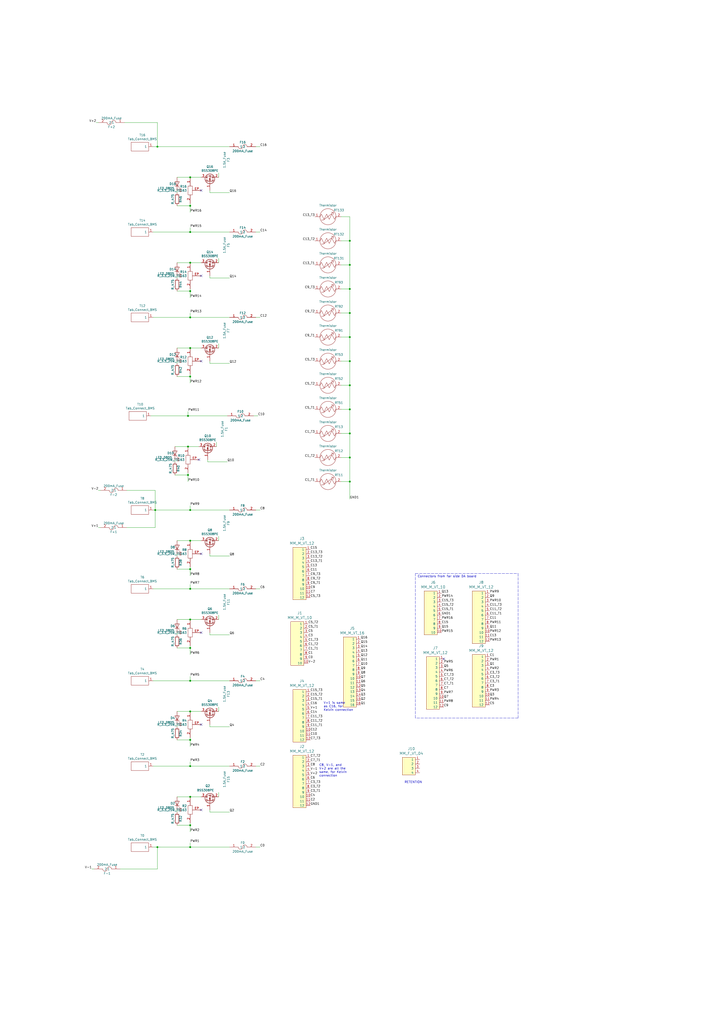
<source format=kicad_sch>
(kicad_sch (version 20211123) (generator eeschema)
  (paper "A2" portrait)
  (title_block (title "BMS Sensing") (date "2019-09-18") (company "Olin Electric Motorsports") (comment 1 "Vienna Scheyer"))
  (junction (at 203.2 181.61))
  (junction (at 110.49 330.2))
  (junction (at 110.49 478.79))
  (junction (at 203.2 237.49))
  (junction (at 110.49 429.26))
  (junction (at 203.2 153.67))
  (junction (at 110.49 444.5))
  (junction (at 110.49 119.38))
  (junction (at 110.49 201.93))
  (junction (at 91.44 491.49))
  (junction (at 110.49 462.28))
  (junction (at 110.49 491.49))
  (junction (at 110.49 102.87))
  (junction (at 203.2 167.64))
  (junction (at 109.22 241.3))
  (junction (at 110.49 412.75))
  (junction (at 109.22 275.59))
  (junction (at 110.49 313.69))
  (junction (at 110.49 341.63))
  (junction (at 110.49 134.62))
  (junction (at 110.49 184.15))
  (junction (at 203.2 195.58))
  (junction (at 110.49 394.97))
  (junction (at 110.49 152.4))
  (junction (at 110.49 295.91))
  (junction (at 90.17 295.91))
  (junction (at 203.2 251.46))
  (junction (at 110.49 168.91))
  (junction (at 203.2 265.43))
  (junction (at 203.2 209.55))
  (junction (at 203.2 139.7))
  (junction (at 110.49 359.41))
  (junction (at 110.49 218.44))
  (junction (at 203.2 279.4))
  (junction (at 110.49 375.92))
  (junction (at 91.44 85.09))
  (junction (at 203.2 223.52))
  (junction (at 109.22 259.08))
  (no_connect (at 116.84 321.31))
  (no_connect (at 116.84 367.03))
  (no_connect (at 116.84 469.9))
  (no_connect (at 257.81 382.27))
  (no_connect (at 116.84 110.49))
  (no_connect (at 116.84 209.55))
  (no_connect (at 116.84 420.37))
  (no_connect (at 116.84 160.02))
  (no_connect (at 115.57 266.7))
  (wire (pts (xy 121.92 111.76) (xy 133.35 111.76)))
  (wire (pts (xy 101.6 275.59) (xy 109.22 275.59)))
  (polyline (pts (xy 300.99 332.74) (xy 300.99 416.56)))
  (wire (pts (xy 102.87 160.02) (xy 102.87 161.29)))
  (wire (pts (xy 102.87 429.26) (xy 110.49 429.26)))
  (wire (pts (xy 203.2 237.49) (xy 203.2 251.46)))
  (wire (pts (xy 102.87 330.2) (xy 110.49 330.2)))
  (wire (pts (xy 102.87 359.41) (xy 110.49 359.41)))
  (wire (pts (xy 203.2 209.55) (xy 203.2 223.52)))
  (wire (pts (xy 102.87 462.28) (xy 110.49 462.28)))
  (wire (pts (xy 198.12 209.55) (xy 203.2 209.55)))
  (wire (pts (xy 88.9 491.49) (xy 91.44 491.49)))
  (wire (pts (xy 109.22 241.3) (xy 132.08 241.3)))
  (wire (pts (xy 102.87 201.93) (xy 110.49 201.93)))
  (wire (pts (xy 110.49 359.41) (xy 116.84 359.41)))
  (wire (pts (xy 102.87 209.55) (xy 102.87 210.82)))
  (wire (pts (xy 148.59 85.09) (xy 151.13 85.09)))
  (wire (pts (xy 203.2 251.46) (xy 203.2 265.43)))
  (wire (pts (xy 110.49 201.93) (xy 116.84 201.93)))
  (wire (pts (xy 102.87 110.49) (xy 102.87 111.76)))
  (wire (pts (xy 110.49 429.26) (xy 110.49 433.07)))
  (wire (pts (xy 109.22 274.32) (xy 109.22 275.59)))
  (wire (pts (xy 110.49 488.95) (xy 110.49 491.49)))
  (wire (pts (xy 110.49 119.38) (xy 110.49 123.19)))
  (wire (pts (xy 102.87 102.87) (xy 110.49 102.87)))
  (wire (pts (xy 102.87 375.92) (xy 110.49 375.92)))
  (wire (pts (xy 148.59 394.97) (xy 151.13 394.97)))
  (wire (pts (xy 110.49 462.28) (xy 116.84 462.28)))
  (wire (pts (xy 198.12 265.43) (xy 203.2 265.43)))
  (wire (pts (xy 110.49 477.52) (xy 110.49 478.79)))
  (wire (pts (xy 110.49 152.4) (xy 116.84 152.4)))
  (wire (pts (xy 121.92 421.64) (xy 133.35 421.64)))
  (wire (pts (xy 73.66 284.48) (xy 90.17 284.48)))
  (wire (pts (xy 148.59 134.62) (xy 151.13 134.62)))
  (wire (pts (xy 102.87 152.4) (xy 110.49 152.4)))
  (wire (pts (xy 102.87 119.38) (xy 110.49 119.38)))
  (wire (pts (xy 102.87 469.9) (xy 102.87 471.17)))
  (polyline (pts (xy 241.3 332.74) (xy 300.99 332.74)))
  (wire (pts (xy 69.85 504.19) (xy 91.44 504.19)))
  (wire (pts (xy 101.6 266.7) (xy 101.6 267.97)))
  (wire (pts (xy 127 199.39) (xy 127 201.93)))
  (wire (pts (xy 110.49 218.44) (xy 110.49 222.25)))
  (wire (pts (xy 110.49 134.62) (xy 133.35 134.62)))
  (wire (pts (xy 110.49 478.79) (xy 110.49 482.6)))
  (wire (pts (xy 203.2 167.64) (xy 203.2 181.61)))
  (wire (pts (xy 101.6 259.08) (xy 109.22 259.08)))
  (wire (pts (xy 110.49 491.49) (xy 133.35 491.49)))
  (wire (pts (xy 110.49 341.63) (xy 133.35 341.63)))
  (wire (pts (xy 110.49 444.5) (xy 133.35 444.5)))
  (wire (pts (xy 88.9 184.15) (xy 110.49 184.15)))
  (wire (pts (xy 110.49 412.75) (xy 116.84 412.75)))
  (wire (pts (xy 58.42 306.07) (xy 57.15 306.07)))
  (wire (pts (xy 121.92 210.82) (xy 121.92 209.55)))
  (wire (pts (xy 110.49 102.87) (xy 116.84 102.87)))
  (wire (pts (xy 127 100.33) (xy 127 102.87)))
  (wire (pts (xy 54.61 504.19) (xy 53.34 504.19)))
  (wire (pts (xy 110.49 427.99) (xy 110.49 429.26)))
  (wire (pts (xy 110.49 330.2) (xy 110.49 334.01)))
  (wire (pts (xy 72.39 71.12) (xy 91.44 71.12)))
  (wire (pts (xy 127 459.74) (xy 127 462.28)))
  (wire (pts (xy 88.9 444.5) (xy 110.49 444.5)))
  (wire (pts (xy 121.92 322.58) (xy 121.92 321.31)))
  (wire (pts (xy 58.42 284.48) (xy 57.15 284.48)))
  (wire (pts (xy 110.49 217.17) (xy 110.49 218.44)))
  (wire (pts (xy 102.87 478.79) (xy 110.49 478.79)))
  (wire (pts (xy 121.92 161.29) (xy 133.35 161.29)))
  (wire (pts (xy 203.2 279.4) (xy 203.2 289.56)))
  (wire (pts (xy 120.65 267.97) (xy 132.08 267.97)))
  (wire (pts (xy 198.12 167.64) (xy 203.2 167.64)))
  (wire (pts (xy 121.92 368.3) (xy 121.92 367.03)))
  (wire (pts (xy 91.44 504.19) (xy 91.44 491.49)))
  (wire (pts (xy 148.59 491.49) (xy 151.13 491.49)))
  (wire (pts (xy 198.12 181.61) (xy 203.2 181.61)))
  (wire (pts (xy 110.49 295.91) (xy 133.35 295.91)))
  (wire (pts (xy 198.12 251.46) (xy 203.2 251.46)))
  (wire (pts (xy 110.49 375.92) (xy 110.49 379.73)))
  (wire (pts (xy 121.92 471.17) (xy 133.35 471.17)))
  (wire (pts (xy 203.2 223.52) (xy 203.2 237.49)))
  (wire (pts (xy 198.12 195.58) (xy 203.2 195.58)))
  (wire (pts (xy 88.9 134.62) (xy 110.49 134.62)))
  (wire (pts (xy 109.22 259.08) (xy 115.57 259.08)))
  (wire (pts (xy 203.2 195.58) (xy 203.2 209.55)))
  (wire (pts (xy 127 149.86) (xy 127 152.4)))
  (wire (pts (xy 102.87 321.31) (xy 102.87 322.58)))
  (wire (pts (xy 121.92 322.58) (xy 133.35 322.58)))
  (wire (pts (xy 102.87 218.44) (xy 110.49 218.44)))
  (wire (pts (xy 121.92 210.82) (xy 133.35 210.82)))
  (wire (pts (xy 203.2 139.7) (xy 203.2 153.67)))
  (wire (pts (xy 91.44 71.12) (xy 91.44 85.09)))
  (wire (pts (xy 102.87 412.75) (xy 110.49 412.75)))
  (wire (pts (xy 110.49 293.37) (xy 110.49 295.91)))
  (wire (pts (xy 57.15 71.12) (xy 55.88 71.12)))
  (wire (pts (xy 127 356.87) (xy 127 359.41)))
  (wire (pts (xy 109.22 238.76) (xy 109.22 241.3)))
  (wire (pts (xy 91.44 491.49) (xy 110.49 491.49)))
  (polyline (pts (xy 300.99 416.56) (xy 241.3 416.56)))
  (wire (pts (xy 110.49 392.43) (xy 110.49 394.97)))
  (wire (pts (xy 147.32 241.3) (xy 149.86 241.3)))
  (wire (pts (xy 121.92 111.76) (xy 121.92 110.49)))
  (wire (pts (xy 203.2 265.43) (xy 203.2 279.4)))
  (wire (pts (xy 88.9 295.91) (xy 90.17 295.91)))
  (wire (pts (xy 148.59 341.63) (xy 151.13 341.63)))
  (wire (pts (xy 110.49 339.09) (xy 110.49 341.63)))
  (wire (pts (xy 203.2 125.73) (xy 203.2 139.7)))
  (wire (pts (xy 125.73 256.54) (xy 125.73 259.08)))
  (wire (pts (xy 109.22 275.59) (xy 109.22 279.4)))
  (wire (pts (xy 198.12 139.7) (xy 203.2 139.7)))
  (wire (pts (xy 88.9 341.63) (xy 110.49 341.63)))
  (wire (pts (xy 110.49 168.91) (xy 110.49 172.72)))
  (polyline (pts (xy 241.3 416.56) (xy 241.3 332.74)))
  (wire (pts (xy 110.49 374.65) (xy 110.49 375.92)))
  (wire (pts (xy 110.49 132.08) (xy 110.49 134.62)))
  (wire (pts (xy 73.66 306.07) (xy 90.17 306.07)))
  (wire (pts (xy 148.59 444.5) (xy 151.13 444.5)))
  (wire (pts (xy 120.65 267.97) (xy 120.65 266.7)))
  (wire (pts (xy 121.92 161.29) (xy 121.92 160.02)))
  (wire (pts (xy 90.17 306.07) (xy 90.17 295.91)))
  (wire (pts (xy 88.9 85.09) (xy 91.44 85.09)))
  (wire (pts (xy 148.59 295.91) (xy 151.13 295.91)))
  (wire (pts (xy 110.49 441.96) (xy 110.49 444.5)))
  (wire (pts (xy 102.87 168.91) (xy 110.49 168.91)))
  (wire (pts (xy 102.87 420.37) (xy 102.87 421.64)))
  (wire (pts (xy 121.92 471.17) (xy 121.92 469.9)))
  (wire (pts (xy 148.59 184.15) (xy 151.13 184.15)))
  (wire (pts (xy 90.17 284.48) (xy 90.17 295.91)))
  (wire (pts (xy 91.44 85.09) (xy 133.35 85.09)))
  (wire (pts (xy 121.92 421.64) (xy 121.92 420.37)))
  (wire (pts (xy 198.12 153.67) (xy 203.2 153.67)))
  (wire (pts (xy 110.49 313.69) (xy 116.84 313.69)))
  (wire (pts (xy 127 410.21) (xy 127 412.75)))
  (wire (pts (xy 127 311.15) (xy 127 313.69)))
  (wire (pts (xy 88.9 394.97) (xy 110.49 394.97)))
  (wire (pts (xy 203.2 153.67) (xy 203.2 167.64)))
  (wire (pts (xy 203.2 181.61) (xy 203.2 195.58)))
  (wire (pts (xy 198.12 125.73) (xy 203.2 125.73)))
  (wire (pts (xy 110.49 181.61) (xy 110.49 184.15)))
  (wire (pts (xy 90.17 295.91) (xy 110.49 295.91)))
  (wire (pts (xy 121.92 368.3) (xy 133.35 368.3)))
  (wire (pts (xy 87.63 241.3) (xy 109.22 241.3)))
  (wire (pts (xy 110.49 394.97) (xy 133.35 394.97)))
  (wire (pts (xy 198.12 223.52) (xy 203.2 223.52)))
  (wire (pts (xy 110.49 118.11) (xy 110.49 119.38)))
  (wire (pts (xy 102.87 367.03) (xy 102.87 368.3)))
  (wire (pts (xy 198.12 279.4) (xy 203.2 279.4)))
  (wire (pts (xy 110.49 184.15) (xy 133.35 184.15)))
  (wire (pts (xy 110.49 328.93) (xy 110.49 330.2)))
  (wire (pts (xy 110.49 167.64) (xy 110.49 168.91)))
  (wire (pts (xy 198.12 237.49) (xy 203.2 237.49)))
  (wire (pts (xy 102.87 313.69) (xy 110.49 313.69)))
  (text "RETENTION" (at 234.95 454.66 0) (effects (font (size 1.27 1.27)) (justify left bottom)))
  (text "Connectors from far side DA board" (at 242.57 335.28 0) (effects (font (size 1.27 1.27)) (justify left bottom)))
  (text "C8, V-1, and \nV+2 are all the \nsame, for Kelvin \nconnection" (at 185.42 450.85 0) (effects (font (size 1.27 1.27)) (justify left bottom)))
  (text "V+1 is same \nas C16, for\nKelvin connection" (at 187.96 412.75 0) (effects (font (size 1.27 1.27)) (justify left bottom)))
  (label "Q3" (at 209.55 403.86 0))
  (label "C7" (at 257.81 400.05 0))
  (label "PWR16" (at 110.49 123.19 0))
  (label "C5_T2" (at 179.07 361.95 0))
  (label "C8" (at 180.34 444.5 0))
  (label "PWR6" (at 257.81 389.89 0))
  (label "Q5" (at 209.55 398.78 0))
  (label "C1_T1" (at 182.88 279.4 180))
  (label "C15_T2" (at 256.54 351.79 0))
  (label "PWR16" (at 256.54 359.41 0))
  (label "C8" (at 151.13 295.91 0))
  (label "C12" (at 151.13 184.15 0))
  (label "GND1" (at 256.54 356.87 0))
  (label "C6" (at 180.34 452.12 0))
  (label "C9_T1" (at 182.88 195.58 180))
  (label "C1_T2" (at 182.88 265.43 180))
  (label "Q12" (at 133.35 210.82 0))
  (label "C11_T2" (at 284.48 354.33 0))
  (label "PWR10" (at 284.48 349.25 0))
  (label "C13_T2" (at 180.34 323.85 0))
  (label "Q1" (at 284.48 386.08 0))
  (label "PWR1" (at 284.48 383.54 0))
  (label "PWR1" (at 110.49 488.95 0))
  (label "C10" (at 180.34 426.72 0))
  (label "C15_T3" (at 180.34 401.32 0))
  (label "V+2" (at 55.88 71.12 180))
  (label "Q15" (at 209.55 373.38 0))
  (label "Q16" (at 209.55 370.84 0))
  (label "PWR11" (at 109.22 238.76 0))
  (label "PWR7" (at 110.49 339.09 0))
  (label "PWR12" (at 110.49 222.25 0))
  (label "Q6" (at 133.35 368.3 0))
  (label "C0" (at 179.07 382.27 0))
  (label "C13_T3" (at 180.34 321.31 0))
  (label "C3_T2" (at 284.48 393.7 0))
  (label "C5_T1" (at 182.88 237.49 180))
  (label "C16" (at 151.13 85.09 0))
  (label "C3" (at 284.48 398.78 0))
  (label "C5_T2" (at 182.88 223.52 180))
  (label "C11_T3" (at 180.34 416.56 0))
  (label "C3" (at 179.07 369.57 0))
  (label "C3_T3" (at 284.48 391.16 0))
  (label "Q14" (at 209.55 375.92 0))
  (label "C1_T3" (at 179.07 372.11 0))
  (label "Q8" (at 133.35 322.58 0))
  (label "V-1" (at 53.34 504.19 180))
  (label "PWR13" (at 284.48 372.11 0))
  (label "Q6" (at 209.55 396.24 0))
  (label "PWR4" (at 284.48 406.4 0))
  (label "PWR2" (at 110.49 482.6 0))
  (label "C3_T2" (at 180.34 457.2 0))
  (label "Q9" (at 284.48 346.71 0))
  (label "C14" (at 180.34 414.02 0))
  (label "PWR9" (at 284.48 344.17 0))
  (label "Q10" (at 209.55 386.08 0))
  (label "Q13" (at 256.54 344.17 0))
  (label "PWR15" (at 110.49 132.08 0))
  (label "C15_T1" (at 180.34 406.4 0))
  (label "C10" (at 149.86 241.3 0))
  (label "C7" (at 180.34 344.17 0))
  (label "C7_T3" (at 257.81 392.43 0))
  (label "Q12" (at 209.55 381 0))
  (label "PWR13" (at 110.49 181.61 0))
  (label "PWR5" (at 257.81 384.81 0))
  (label "C5_T1" (at 179.07 364.49 0))
  (label "C7_T1" (at 180.34 441.96 0))
  (label "PWR3" (at 284.48 401.32 0))
  (label "Q3" (at 284.48 403.86 0))
  (label "Q2" (at 209.55 406.4 0))
  (label "V+1" (at 180.34 411.48 0))
  (label "PWR11" (at 284.48 361.95 0))
  (label "C9_T2" (at 180.34 336.55 0))
  (label "C4" (at 180.34 462.28 0))
  (label "C9_T3" (at 180.34 334.01 0))
  (label "Q11" (at 209.55 383.54 0))
  (label "C1_T1" (at 179.07 377.19 0))
  (label "Q8" (at 209.55 391.16 0))
  (label "Q14" (at 133.35 161.29 0))
  (label "C7_T3" (at 180.34 429.26 0))
  (label "PWR14" (at 256.54 346.71 0))
  (label "PWR5" (at 110.49 392.43 0))
  (label "C15_T1" (at 256.54 354.33 0))
  (label "C2" (at 151.13 444.5 0))
  (label "C11_T1" (at 180.34 421.64 0))
  (label "C9" (at 180.34 341.63 0))
  (label "C15" (at 256.54 361.95 0))
  (label "Q13" (at 209.55 378.46 0))
  (label "PWR7" (at 257.81 402.59 0))
  (label "PWR14" (at 110.49 172.72 0))
  (label "PWR15" (at 256.54 367.03 0))
  (label "C5" (at 179.07 367.03 0))
  (label "C7_T1" (at 257.81 397.51 0))
  (label "C11_T2" (at 180.34 419.1 0))
  (label "PWR10" (at 109.22 279.4 0))
  (label "C16" (at 180.34 408.94 0))
  (label "C9_T2" (at 182.88 181.61 180))
  (label "C9" (at 257.81 410.21 0))
  (label "C12" (at 180.34 424.18 0))
  (label "C13_T1" (at 180.34 326.39 0))
  (label "Q7" (at 257.81 405.13 0))
  (label "C13_T3" (at 182.88 125.73 180))
  (label "C13_T1" (at 182.88 153.67 180))
  (label "PWR8" (at 257.81 407.67 0))
  (label "Q16" (at 133.35 111.76 0))
  (label "C9_T1" (at 180.34 339.09 0))
  (label "V+2" (at 180.34 449.58 0))
  (label "C9_T3" (at 182.88 167.64 180))
  (label "PWR2" (at 284.48 388.62 0))
  (label "C14" (at 151.13 134.62 0))
  (label "PWR9" (at 110.49 293.37 0))
  (label "C1_T3" (at 182.88 251.46 180))
  (label "C5_T3" (at 182.88 209.55 180))
  (label "C15_T3" (at 256.54 349.25 0))
  (label "Q2" (at 133.35 471.17 0))
  (label "C15" (at 180.34 318.77 0))
  (label "C11_T3" (at 284.48 351.79 0))
  (label "Q1" (at 209.55 408.94 0))
  (label "PWR6" (at 110.49 379.73 0))
  (label "C1" (at 179.07 379.73 0))
  (label "V-1" (at 180.34 447.04 0))
  (label "C3_T1" (at 284.48 396.24 0))
  (label "Q15" (at 256.54 364.49 0))
  (label "Q4" (at 133.35 421.64 0))
  (label "C11_T1" (at 284.48 356.87 0))
  (label "C1_T2" (at 179.07 374.65 0))
  (label "Q9" (at 209.55 388.62 0))
  (label "C7_T2" (at 180.34 439.42 0))
  (label "V+1" (at 57.15 306.07 180))
  (label "C3_T3" (at 180.34 454.66 0))
  (label "GND1" (at 203.2 289.56 0))
  (label "C15_T2" (at 180.34 403.86 0))
  (label "C11" (at 180.34 331.47 0))
  (label "PWR8" (at 110.49 334.01 0))
  (label "PWR3" (at 110.49 441.96 0))
  (label "C1" (at 284.48 381 0))
  (label "Q5" (at 257.81 387.35 0))
  (label "Q4" (at 209.55 401.32 0))
  (label "C7_T2" (at 257.81 394.97 0))
  (label "C13_T2" (at 182.88 139.7 180))
  (label "C5_T3" (at 180.34 346.71 0))
  (label "Q7" (at 209.55 393.7 0))
  (label "C5" (at 284.48 408.94 0))
  (label "V-2" (at 179.07 384.81 0))
  (label "C11" (at 284.48 359.41 0))
  (label "PWR4" (at 110.49 433.07 0))
  (label "C4" (at 151.13 394.97 0))
  (label "Q11" (at 284.48 364.49 0))
  (label "V-2" (at 57.15 284.48 180))
  (label "C6" (at 151.13 341.63 0))
  (label "C0" (at 151.13 491.49 0))
  (label "C2" (at 180.34 464.82 0))
  (label "C13" (at 284.48 369.57 0))
  (label "C13" (at 180.34 328.93 0))
  (label "C3_T1" (at 180.34 459.74 0))
  (label "PWR12" (at 284.48 367.03 0))
  (label "Q10" (at 132.08 267.97 0))
  (label "GND1" (at 180.34 467.36 0))
  (symbol (lib_id "formula:Thermistor") (at 190.5 223.52 0) (unit 1)
    (property "Reference" "RT52" (at 196.85 219.71 0))
    (property "Value" "Thermistor" (at 190.5 216.9668 0))
    (property "Footprint" "Thermistor" (effects hide))
  )
  (symbol (lib_id "formula:Thermistor") (at 190.5 237.49 0) (unit 1)
    (property "Reference" "RT51" (at 196.85 233.68 0))
    (property "Value" "Thermistor" (at 190.5 230.9368 0))
    (property "Footprint" "Thermistor" (effects hide))
  )
  (symbol (lib_id "formula:Thermistor") (at 190.5 251.46 0) (unit 1)
    (property "Reference" "RT13" (at 196.85 247.65 0))
    (property "Value" "Thermistor" (at 190.5 244.9068 0))
    (property "Footprint" "Thermistor" (effects hide))
  )
  (symbol (lib_id "formula:Thermistor") (at 190.5 265.43 0) (unit 1)
    (property "Reference" "RT12" (at 196.85 261.62 0))
    (property "Value" "Thermistor" (at 190.5 258.8768 0))
    (property "Footprint" "Thermistor" (effects hide))
  )
  (symbol (lib_id "formula:Thermistor") (at 190.5 279.4 0) (unit 1)
    (property "Reference" "RT11" (at 196.85 275.59 0))
    (property "Value" "Thermistor" (at 190.5 272.8468 0))
    (property "Footprint" "Thermistor" (effects hide))
  )
  (symbol (lib_id "formula:LED_0805") (at 102.87 106.68 90)
    (property "Reference" "D16" (at 100.33 106.68 90))
    (property "Value" "LED_0805" (at 96.52 109.22 90))
    (property "Footprint" "footprints:LED_0805_OEM" (effects hide))
    (property "Datasheet" "http://www.osram-os.com/Graphics/XPic9/00078860_0.pdf" (effects hide))
    (property "MFN" "DK" (effects hide))
    (property "MPN" "475-1410-1-ND" (effects hide))
    (property "PurchasingLink" "https://www.digikey.com/products/en?keywords=475-1410-1-ND" (effects hide))
  )
  (symbol (lib_id "formula:R_475") (at 102.87 115.57 0)
    (property "Reference" "R46" (at 104.902 115.57 90))
    (property "Value" "R_475" (at 100.33 115.57 90))
    (property "Footprint" "footprints:R_0805_OEM" (effects hide))
    (property "Datasheet" "http://www.yageo.com.tw/exep/pages/download/literatures/PYu-R_INT-thick_7.pdf" (effects hide))
    (property "MFN" "DK" (effects hide))
    (property "MPN" "311-475CRCT-ND" (effects hide))
    (property "PurchasingLink" "https://www.digikey.com/products/en?keywords=311-475CRCT-ND" (effects hide))
  )
  (symbol (lib_id "formula:BSS308PE") (at 121.92 105.41 90)
    (property "Reference" "Q16" (at 121.92 96.6978 90))
    (property "Value" "BSS308PE" (at 121.92 99.0092 90))
    (property "Footprint" "footprints:SOT-23-3_OEM" (effects hide))
    (property "Datasheet" "https://www.infineon.com/dgdl/BSS308PE_Rev2.03.pdf?folderId=db3a304314dca38901154a72e3951a65&fileId=db3a304330f686060131099c80400073" (effects hide))
    (property "MFN" "DK" (effects hide))
    (property "MPN" "BSS308PEH6327XTSA1CT-ND" (effects hide))
    (property "PurchasingLink" "https://www.digikey.com/products/en/discrete-semiconductor-products/transistors-fets-mosfets-single/278?k=bss308pe&k=&pkeyword=bss308pe&pv7=2&pv1989=0&sf=0&quantity=&ColumnSort=0&page=1&stock=1&datasheet=1&pageSize=25" (effects hide))
  )
  (symbol (lib_id "formula:R_3.3_25W_TO163") (at 110.49 110.49 270)
    (property "Reference" "R16" (at 108.5088 108.1786 90) (effects (justify right)))
    (property "Value" "R_3.3_25W_TO163" (at 108.5088 110.49 90) (effects (justify right)))
    (property "Footprint" "footprints:PWR163" (effects hide))
    (property "Datasheet" "https://www.bourns.com/docs/Product-Datasheets/PWR163.pdf" (effects hide))
    (property "MFN" "DK" (effects hide))
    (property "MPN" "PWR163S-25-3R30F-ND" (effects hide))
    (property "PurchasingLink" "https://www.digikey.com/products/en?keywords=PWR163S-25-3R30F-ND" (effects hide))
  )
  (symbol (lib_id "formula:LED_0805") (at 102.87 156.21 90)
    (property "Reference" "D14" (at 100.33 156.21 90))
    (property "Value" "LED_0805" (at 96.52 158.75 90))
    (property "Footprint" "footprints:LED_0805_OEM" (effects hide))
    (property "Datasheet" "http://www.osram-os.com/Graphics/XPic9/00078860_0.pdf" (effects hide))
    (property "MFN" "DK" (effects hide))
    (property "MPN" "475-1410-1-ND" (effects hide))
    (property "PurchasingLink" "https://www.digikey.com/products/en?keywords=475-1410-1-ND" (effects hide))
  )
  (symbol (lib_id "formula:R_475") (at 102.87 165.1 0)
    (property "Reference" "R44" (at 104.902 165.1 90))
    (property "Value" "R_475" (at 100.33 165.1 90))
    (property "Footprint" "footprints:R_0805_OEM" (effects hide))
    (property "Datasheet" "http://www.yageo.com.tw/exep/pages/download/literatures/PYu-R_INT-thick_7.pdf" (effects hide))
    (property "MFN" "DK" (effects hide))
    (property "MPN" "311-475CRCT-ND" (effects hide))
    (property "PurchasingLink" "https://www.digikey.com/products/en?keywords=311-475CRCT-ND" (effects hide))
  )
  (symbol (lib_id "formula:BSS308PE") (at 121.92 154.94 90)
    (property "Reference" "Q14" (at 121.92 146.2278 90))
    (property "Value" "BSS308PE" (at 121.92 148.5392 90))
    (property "Footprint" "footprints:SOT-23-3_OEM" (effects hide))
    (property "Datasheet" "https://www.infineon.com/dgdl/BSS308PE_Rev2.03.pdf?folderId=db3a304314dca38901154a72e3951a65&fileId=db3a304330f686060131099c80400073" (effects hide))
    (property "MFN" "DK" (effects hide))
    (property "MPN" "BSS308PEH6327XTSA1CT-ND" (effects hide))
    (property "PurchasingLink" "https://www.digikey.com/products/en/discrete-semiconductor-products/transistors-fets-mosfets-single/278?k=bss308pe&k=&pkeyword=bss308pe&pv7=2&pv1989=0&sf=0&quantity=&ColumnSort=0&page=1&stock=1&datasheet=1&pageSize=25" (effects hide))
  )
  (symbol (lib_id "formula:R_3.3_25W_TO163") (at 110.49 160.02 270)
    (property "Reference" "R14" (at 108.5088 157.7086 90) (effects (justify right)))
    (property "Value" "R_3.3_25W_TO163" (at 108.5088 160.02 90) (effects (justify right)))
    (property "Footprint" "footprints:PWR163" (effects hide))
    (property "Datasheet" "https://www.bourns.com/docs/Product-Datasheets/PWR163.pdf" (effects hide))
    (property "MFN" "DK" (effects hide))
    (property "MPN" "PWR163S-25-3R30F-ND" (effects hide))
    (property "PurchasingLink" "https://www.digikey.com/products/en?keywords=PWR163S-25-3R30F-ND" (effects hide))
  )
  (symbol (lib_id "formula:LED_0805") (at 102.87 205.74 90)
    (property "Reference" "D12" (at 100.33 205.74 90))
    (property "Value" "LED_0805" (at 96.52 208.28 90))
    (property "Footprint" "footprints:LED_0805_OEM" (effects hide))
    (property "Datasheet" "http://www.osram-os.com/Graphics/XPic9/00078860_0.pdf" (effects hide))
    (property "MFN" "DK" (effects hide))
    (property "MPN" "475-1410-1-ND" (effects hide))
    (property "PurchasingLink" "https://www.digikey.com/products/en?keywords=475-1410-1-ND" (effects hide))
  )
  (symbol (lib_id "formula:R_475") (at 102.87 214.63 0)
    (property "Reference" "R42" (at 104.902 214.63 90))
    (property "Value" "R_475" (at 100.33 214.63 90))
    (property "Footprint" "footprints:R_0805_OEM" (effects hide))
    (property "Datasheet" "http://www.yageo.com.tw/exep/pages/download/literatures/PYu-R_INT-thick_7.pdf" (effects hide))
    (property "MFN" "DK" (effects hide))
    (property "MPN" "311-475CRCT-ND" (effects hide))
    (property "PurchasingLink" "https://www.digikey.com/products/en?keywords=311-475CRCT-ND" (effects hide))
  )
  (symbol (lib_id "formula:BSS308PE") (at 121.92 204.47 90)
    (property "Reference" "Q12" (at 121.92 195.7578 90))
    (property "Value" "BSS308PE" (at 121.92 198.0692 90))
    (property "Footprint" "footprints:SOT-23-3_OEM" (effects hide))
    (property "Datasheet" "https://www.infineon.com/dgdl/BSS308PE_Rev2.03.pdf?folderId=db3a304314dca38901154a72e3951a65&fileId=db3a304330f686060131099c80400073" (effects hide))
    (property "MFN" "DK" (effects hide))
    (property "MPN" "BSS308PEH6327XTSA1CT-ND" (effects hide))
    (property "PurchasingLink" "https://www.digikey.com/products/en/discrete-semiconductor-products/transistors-fets-mosfets-single/278?k=bss308pe&k=&pkeyword=bss308pe&pv7=2&pv1989=0&sf=0&quantity=&ColumnSort=0&page=1&stock=1&datasheet=1&pageSize=25" (effects hide))
  )
  (symbol (lib_id "formula:R_3.3_25W_TO163") (at 110.49 209.55 270)
    (property "Reference" "R12" (at 108.5088 207.2386 90) (effects (justify right)))
    (property "Value" "R_3.3_25W_TO163" (at 108.5088 209.55 90) (effects (justify right)))
    (property "Footprint" "footprints:PWR163" (effects hide))
    (property "Datasheet" "https://www.bourns.com/docs/Product-Datasheets/PWR163.pdf" (effects hide))
    (property "MFN" "DK" (effects hide))
    (property "MPN" "PWR163S-25-3R30F-ND" (effects hide))
    (property "PurchasingLink" "https://www.digikey.com/products/en?keywords=PWR163S-25-3R30F-ND" (effects hide))
  )
  (symbol (lib_id "formula:LED_0805") (at 101.6 262.89 90)
    (property "Reference" "D10" (at 99.06 262.89 90))
    (property "Value" "LED_0805" (at 95.25 265.43 90))
    (property "Footprint" "footprints:LED_0805_OEM" (effects hide))
    (property "Datasheet" "http://www.osram-os.com/Graphics/XPic9/00078860_0.pdf" (effects hide))
    (property "MFN" "DK" (effects hide))
    (property "MPN" "475-1410-1-ND" (effects hide))
    (property "PurchasingLink" "https://www.digikey.com/products/en?keywords=475-1410-1-ND" (effects hide))
  )
  (symbol (lib_id "formula:R_475") (at 101.6 271.78 0)
    (property "Reference" "R40" (at 103.632 271.78 90))
    (property "Value" "R_475" (at 99.06 271.78 90))
    (property "Footprint" "footprints:R_0805_OEM" (effects hide))
    (property "Datasheet" "http://www.yageo.com.tw/exep/pages/download/literatures/PYu-R_INT-thick_7.pdf" (effects hide))
    (property "MFN" "DK" (effects hide))
    (property "MPN" "311-475CRCT-ND" (effects hide))
    (property "PurchasingLink" "https://www.digikey.com/products/en?keywords=311-475CRCT-ND" (effects hide))
  )
  (symbol (lib_id "formula:BSS308PE") (at 120.65 261.62 90)
    (property "Reference" "Q10" (at 120.65 252.9078 90))
    (property "Value" "BSS308PE" (at 120.65 255.2192 90))
    (property "Footprint" "footprints:SOT-23-3_OEM" (effects hide))
    (property "Datasheet" "https://www.infineon.com/dgdl/BSS308PE_Rev2.03.pdf?folderId=db3a304314dca38901154a72e3951a65&fileId=db3a304330f686060131099c80400073" (effects hide))
    (property "MFN" "DK" (effects hide))
    (property "MPN" "BSS308PEH6327XTSA1CT-ND" (effects hide))
    (property "PurchasingLink" "https://www.digikey.com/products/en/discrete-semiconductor-products/transistors-fets-mosfets-single/278?k=bss308pe&k=&pkeyword=bss308pe&pv7=2&pv1989=0&sf=0&quantity=&ColumnSort=0&page=1&stock=1&datasheet=1&pageSize=25" (effects hide))
  )
  (symbol (lib_id "formula:R_3.3_25W_TO163") (at 109.22 266.7 270)
    (property "Reference" "R10" (at 107.2388 264.3886 90) (effects (justify right)))
    (property "Value" "R_3.3_25W_TO163" (at 107.2388 266.7 90) (effects (justify right)))
    (property "Footprint" "footprints:PWR163" (effects hide))
    (property "Datasheet" "https://www.bourns.com/docs/Product-Datasheets/PWR163.pdf" (effects hide))
    (property "MFN" "DK" (effects hide))
    (property "MPN" "PWR163S-25-3R30F-ND" (effects hide))
    (property "PurchasingLink" "https://www.digikey.com/products/en?keywords=PWR163S-25-3R30F-ND" (effects hide))
  )
  (symbol (lib_id "DA_Board_1-rescue:Tab_Connect_BMS-formula") (at 81.28 85.09 0) (unit 1)
    (property "Reference" "T16" (at 82.7024 78.359 0))
    (property "Value" "Tab_Connect_BMS" (at 82.7024 80.6704 0))
    (property "Footprint" "footprints:Tab_connect_BMS" (effects hide))
  )
  (symbol (lib_id "DA_Board_1-rescue:Tab_Connect_BMS-formula") (at 81.28 134.62 0) (unit 1)
    (property "Reference" "T14" (at 82.7024 127.889 0))
    (property "Value" "Tab_Connect_BMS" (at 82.7024 130.2004 0))
    (property "Footprint" "footprints:Tab_connect_BMS" (effects hide))
  )
  (symbol (lib_id "DA_Board_1-rescue:Tab_Connect_BMS-formula") (at 81.28 184.15 0) (unit 1)
    (property "Reference" "T12" (at 82.7024 177.419 0))
    (property "Value" "Tab_Connect_BMS" (at 82.7024 179.7304 0))
    (property "Footprint" "footprints:Tab_connect_BMS" (effects hide))
  )
  (symbol (lib_id "DA_Board_1-rescue:Tab_Connect_BMS-formula") (at 80.01 241.3 0) (unit 1)
    (property "Reference" "T10" (at 81.4324 234.569 0))
    (property "Value" "Tab_Connect_BMS" (at 81.4324 236.8804 0))
    (property "Footprint" "footprints:Tab_connect_BMS" (effects hide))
  )
  (symbol (lib_id "DA_Board_1-rescue:Tab_Connect_BMS-formula") (at 81.28 295.91 0) (unit 1)
    (property "Reference" "T8" (at 82.7024 289.179 0))
    (property "Value" "Tab_Connect_BMS" (at 82.7024 291.4904 0))
    (property "Footprint" "footprints:Tab_connect_BMS" (effects hide))
  )
  (symbol (lib_id "DA_Board_1-rescue:Tab_Connect_BMS-formula") (at 81.28 341.63 0) (unit 1)
    (property "Reference" "T6" (at 82.7024 334.899 0))
    (property "Value" "Tab_Connect_BMS" (at 82.7024 337.2104 0))
    (property "Footprint" "footprints:Tab_connect_BMS" (effects hide))
  )
  (symbol (lib_id "DA_Board_1-rescue:Tab_Connect_BMS-formula") (at 81.28 394.97 0) (unit 1)
    (property "Reference" "T4" (at 82.7024 388.239 0))
    (property "Value" "Tab_Connect_BMS" (at 82.7024 390.5504 0))
    (property "Footprint" "footprints:Tab_connect_BMS" (effects hide))
  )
  (symbol (lib_id "DA_Board_1-rescue:Tab_Connect_BMS-formula") (at 81.28 491.49 0) (unit 1)
    (property "Reference" "T0" (at 82.7024 484.759 0))
    (property "Value" "Tab_Connect_BMS" (at 82.7024 487.0704 0))
    (property "Footprint" "footprints:Tab_connect_BMS" (effects hide))
  )
  (symbol (lib_id "DA_Board_1-rescue:Tab_Connect_BMS-formula") (at 81.28 444.5 0) (unit 1)
    (property "Reference" "T2" (at 82.7024 437.769 0))
    (property "Value" "Tab_Connect_BMS" (at 82.7024 440.0804 0))
    (property "Footprint" "footprints:Tab_connect_BMS" (effects hide))
  )
  (symbol (lib_id "formula:LED_0805") (at 102.87 317.5 90)
    (property "Reference" "D8" (at 100.33 317.5 90))
    (property "Value" "LED_0805" (at 96.52 320.04 90))
    (property "Footprint" "footprints:LED_0805_OEM" (effects hide))
    (property "Datasheet" "http://www.osram-os.com/Graphics/XPic9/00078860_0.pdf" (effects hide))
    (property "MFN" "DK" (effects hide))
    (property "MPN" "475-1410-1-ND" (effects hide))
    (property "PurchasingLink" "https://www.digikey.com/products/en?keywords=475-1410-1-ND" (effects hide))
  )
  (symbol (lib_id "formula:R_475") (at 102.87 326.39 0)
    (property "Reference" "R38" (at 104.902 326.39 90))
    (property "Value" "R_475" (at 100.33 326.39 90))
    (property "Footprint" "footprints:R_0805_OEM" (effects hide))
    (property "Datasheet" "http://www.yageo.com.tw/exep/pages/download/literatures/PYu-R_INT-thick_7.pdf" (effects hide))
    (property "MFN" "DK" (effects hide))
    (property "MPN" "311-475CRCT-ND" (effects hide))
    (property "PurchasingLink" "https://www.digikey.com/products/en?keywords=311-475CRCT-ND" (effects hide))
  )
  (symbol (lib_id "formula:BSS308PE") (at 121.92 316.23 90)
    (property "Reference" "Q8" (at 121.92 307.5178 90))
    (property "Value" "BSS308PE" (at 121.92 309.8292 90))
    (property "Footprint" "footprints:SOT-23-3_OEM" (effects hide))
    (property "Datasheet" "https://www.infineon.com/dgdl/BSS308PE_Rev2.03.pdf?folderId=db3a304314dca38901154a72e3951a65&fileId=db3a304330f686060131099c80400073" (effects hide))
    (property "MFN" "DK" (effects hide))
    (property "MPN" "BSS308PEH6327XTSA1CT-ND" (effects hide))
    (property "PurchasingLink" "https://www.digikey.com/products/en/discrete-semiconductor-products/transistors-fets-mosfets-single/278?k=bss308pe&k=&pkeyword=bss308pe&pv7=2&pv1989=0&sf=0&quantity=&ColumnSort=0&page=1&stock=1&datasheet=1&pageSize=25" (effects hide))
  )
  (symbol (lib_id "formula:R_3.3_25W_TO163") (at 110.49 321.31 270)
    (property "Reference" "R8" (at 108.5088 318.9986 90) (effects (justify right)))
    (property "Value" "R_3.3_25W_TO163" (at 108.5088 321.31 90) (effects (justify right)))
    (property "Footprint" "footprints:PWR163" (effects hide))
    (property "Datasheet" "https://www.bourns.com/docs/Product-Datasheets/PWR163.pdf" (effects hide))
    (property "MFN" "DK" (effects hide))
    (property "MPN" "PWR163S-25-3R30F-ND" (effects hide))
    (property "PurchasingLink" "https://www.digikey.com/products/en?keywords=PWR163S-25-3R30F-ND" (effects hide))
  )
  (symbol (lib_id "formula:LED_0805") (at 102.87 363.22 90)
    (property "Reference" "D6" (at 100.33 363.22 90))
    (property "Value" "LED_0805" (at 96.52 365.76 90))
    (property "Footprint" "footprints:LED_0805_OEM" (effects hide))
    (property "Datasheet" "http://www.osram-os.com/Graphics/XPic9/00078860_0.pdf" (effects hide))
    (property "MFN" "DK" (effects hide))
    (property "MPN" "475-1410-1-ND" (effects hide))
    (property "PurchasingLink" "https://www.digikey.com/products/en?keywords=475-1410-1-ND" (effects hide))
  )
  (symbol (lib_id "formula:R_475") (at 102.87 372.11 0)
    (property "Reference" "R36" (at 104.902 372.11 90))
    (property "Value" "R_475" (at 100.33 372.11 90))
    (property "Footprint" "footprints:R_0805_OEM" (effects hide))
    (property "Datasheet" "http://www.yageo.com.tw/exep/pages/download/literatures/PYu-R_INT-thick_7.pdf" (effects hide))
    (property "MFN" "DK" (effects hide))
    (property "MPN" "311-475CRCT-ND" (effects hide))
    (property "PurchasingLink" "https://www.digikey.com/products/en?keywords=311-475CRCT-ND" (effects hide))
  )
  (symbol (lib_id "formula:BSS308PE") (at 121.92 361.95 90)
    (property "Reference" "Q6" (at 121.92 353.2378 90))
    (property "Value" "BSS308PE" (at 121.92 355.5492 90))
    (property "Footprint" "footprints:SOT-23-3_OEM" (effects hide))
    (property "Datasheet" "https://www.infineon.com/dgdl/BSS308PE_Rev2.03.pdf?folderId=db3a304314dca38901154a72e3951a65&fileId=db3a304330f686060131099c80400073" (effects hide))
    (property "MFN" "DK" (effects hide))
    (property "MPN" "BSS308PEH6327XTSA1CT-ND" (effects hide))
    (property "PurchasingLink" "https://www.digikey.com/products/en/discrete-semiconductor-products/transistors-fets-mosfets-single/278?k=bss308pe&k=&pkeyword=bss308pe&pv7=2&pv1989=0&sf=0&quantity=&ColumnSort=0&page=1&stock=1&datasheet=1&pageSize=25" (effects hide))
  )
  (symbol (lib_id "formula:R_3.3_25W_TO163") (at 110.49 367.03 270)
    (property "Reference" "R6" (at 108.5088 364.7186 90) (effects (justify right)))
    (property "Value" "R_3.3_25W_TO163" (at 108.5088 367.03 90) (effects (justify right)))
    (property "Footprint" "footprints:PWR163" (effects hide))
    (property "Datasheet" "https://www.bourns.com/docs/Product-Datasheets/PWR163.pdf" (effects hide))
    (property "MFN" "DK" (effects hide))
    (property "MPN" "PWR163S-25-3R30F-ND" (effects hide))
    (property "PurchasingLink" "https://www.digikey.com/products/en?keywords=PWR163S-25-3R30F-ND" (effects hide))
  )
  (symbol (lib_id "formula:MM_M_VT_10") (at 172.72 378.46 0) (unit 1)
    (property "Reference" "J1" (at 174.1424 355.6762 0) (effects (font (size 1.524 1.524))))
    (property "Value" "MM_M_VT_10" (at 174.1424 358.3686 0) (effects (font (size 1.524 1.524))))
    (property "Footprint" "footprints:micromatch_female_vert_10" (effects hide))
    (property "Datasheet" "http://www.te.com/commerce/DocumentDelivery/DDEController?Action=showdoc&DocId=Customer+Drawing%7F338068%7FF1%7Fpdf%7FEnglish%7FENG_CD_338068_F1.pdf%7F1-1-215464-0" (effects hide))
    (property "MFN" "TE" (effects hide))
    (property "MPN" "1-215464-0" (effects hide))
    (property "PurchasingLink" "http://www.te.com/global-en/product-1-215464-0.html" (effects hide))
  )
  (symbol (lib_id "formula:MM_M_VT_12") (at 176.53 467.36 0) (unit 1)
    (property "Reference" "J2" (at 175.4124 433.1462 0) (effects (font (size 1.524 1.524))))
    (property "Value" "MM_M_VT_12" (at 175.4124 435.8386 0) (effects (font (size 1.524 1.524))))
    (property "Footprint" "footprints:micromatch_female_vert_12" (effects hide))
    (property "Datasheet" "http://www.te.com/commerce/DocumentDelivery/DDEController?Action=showdoc&DocId=Customer+Drawing%7F338068%7FF1%7Fpdf%7FEnglish%7FENG_CD_338068_F1.pdf%7F1-1-215464-2" (effects hide))
    (property "MFN" "TE" (effects hide))
    (property "MPN" "1-215464-2" (effects hide))
    (property "PurchasingLink" "http://www.te.com/global-en/product-1-215464-2.html" (effects hide))
  )
  (symbol (lib_id "formula:LED_0805") (at 102.87 416.56 90)
    (property "Reference" "D4" (at 100.33 416.56 90))
    (property "Value" "LED_0805" (at 96.52 419.1 90))
    (property "Footprint" "footprints:LED_0805_OEM" (effects hide))
    (property "Datasheet" "http://www.osram-os.com/Graphics/XPic9/00078860_0.pdf" (effects hide))
    (property "MFN" "DK" (effects hide))
    (property "MPN" "475-1410-1-ND" (effects hide))
    (property "PurchasingLink" "https://www.digikey.com/products/en?keywords=475-1410-1-ND" (effects hide))
  )
  (symbol (lib_id "formula:R_475") (at 102.87 425.45 0)
    (property "Reference" "R34" (at 104.902 425.45 90))
    (property "Value" "R_475" (at 100.33 425.45 90))
    (property "Footprint" "footprints:R_0805_OEM" (effects hide))
    (property "Datasheet" "http://www.yageo.com.tw/exep/pages/download/literatures/PYu-R_INT-thick_7.pdf" (effects hide))
    (property "MFN" "DK" (effects hide))
    (property "MPN" "311-475CRCT-ND" (effects hide))
    (property "PurchasingLink" "https://www.digikey.com/products/en?keywords=311-475CRCT-ND" (effects hide))
  )
  (symbol (lib_id "formula:BSS308PE") (at 121.92 415.29 90)
    (property "Reference" "Q4" (at 121.92 406.5778 90))
    (property "Value" "BSS308PE" (at 121.92 408.8892 90))
    (property "Footprint" "footprints:SOT-23-3_OEM" (effects hide))
    (property "Datasheet" "https://www.infineon.com/dgdl/BSS308PE_Rev2.03.pdf?folderId=db3a304314dca38901154a72e3951a65&fileId=db3a304330f686060131099c80400073" (effects hide))
    (property "MFN" "DK" (effects hide))
    (property "MPN" "BSS308PEH6327XTSA1CT-ND" (effects hide))
    (property "PurchasingLink" "https://www.digikey.com/products/en/discrete-semiconductor-products/transistors-fets-mosfets-single/278?k=bss308pe&k=&pkeyword=bss308pe&pv7=2&pv1989=0&sf=0&quantity=&ColumnSort=0&page=1&stock=1&datasheet=1&pageSize=25" (effects hide))
  )
  (symbol (lib_id "formula:R_3.3_25W_TO163") (at 110.49 420.37 270)
    (property "Reference" "R4" (at 108.5088 418.0586 90) (effects (justify right)))
    (property "Value" "R_3.3_25W_TO163" (at 108.5088 420.37 90) (effects (justify right)))
    (property "Footprint" "footprints:PWR163" (effects hide))
    (property "Datasheet" "https://www.bourns.com/docs/Product-Datasheets/PWR163.pdf" (effects hide))
    (property "MFN" "DK" (effects hide))
    (property "MPN" "PWR163S-25-3R30F-ND" (effects hide))
    (property "PurchasingLink" "https://www.digikey.com/products/en?keywords=PWR163S-25-3R30F-ND" (effects hide))
  )
  (symbol (lib_id "formula:MM_M_VT_12") (at 280.67 372.11 0) (unit 1)
    (property "Reference" "J8" (at 279.5524 337.8962 0) (effects (font (size 1.524 1.524))))
    (property "Value" "MM_M_VT_12" (at 279.5524 340.5886 0) (effects (font (size 1.524 1.524))))
    (property "Footprint" "footprints:micromatch_female_vert_12" (effects hide))
    (property "Datasheet" "http://www.te.com/commerce/DocumentDelivery/DDEController?Action=showdoc&DocId=Customer+Drawing%7F338068%7FF1%7Fpdf%7FEnglish%7FENG_CD_338068_F1.pdf%7F1-1-215464-2" (effects hide))
    (property "MFN" "TE" (effects hide))
    (property "MPN" "1-215464-2" (effects hide))
    (property "PurchasingLink" "http://www.te.com/global-en/product-1-215464-2.html" (effects hide))
  )
  (symbol (lib_id "formula:MM_M_VT_12") (at 254 410.21 0) (unit 1)
    (property "Reference" "J7" (at 252.8824 375.9962 0) (effects (font (size 1.524 1.524))))
    (property "Value" "MM_M_VT_12" (at 252.8824 378.6886 0) (effects (font (size 1.524 1.524))))
    (property "Footprint" "footprints:micromatch_female_vert_12" (effects hide))
    (property "Datasheet" "http://www.te.com/commerce/DocumentDelivery/DDEController?Action=showdoc&DocId=Customer+Drawing%7F338068%7FF1%7Fpdf%7FEnglish%7FENG_CD_338068_F1.pdf%7F1-1-215464-2" (effects hide))
    (property "MFN" "TE" (effects hide))
    (property "MPN" "1-215464-2" (effects hide))
    (property "PurchasingLink" "http://www.te.com/global-en/product-1-215464-2.html" (effects hide))
  )
  (symbol (lib_id "formula:MM_M_VT_10") (at 250.19 360.68 0) (unit 1)
    (property "Reference" "J6" (at 251.6124 337.8962 0) (effects (font (size 1.524 1.524))))
    (property "Value" "MM_M_VT_10" (at 251.6124 340.5886 0) (effects (font (size 1.524 1.524))))
    (property "Footprint" "footprints:micromatch_female_vert_10" (effects hide))
    (property "Datasheet" "http://www.te.com/commerce/DocumentDelivery/DDEController?Action=showdoc&DocId=Customer+Drawing%7F338068%7FF1%7Fpdf%7FEnglish%7FENG_CD_338068_F1.pdf%7F1-1-215464-0" (effects hide))
    (property "MFN" "TE" (effects hide))
    (property "MPN" "1-215464-0" (effects hide))
    (property "PurchasingLink" "http://www.te.com/global-en/product-1-215464-0.html" (effects hide))
  )
  (symbol (lib_id "formula:MM_M_VT_12") (at 280.67 408.94 0) (unit 1)
    (property "Reference" "J9" (at 279.5524 374.7262 0) (effects (font (size 1.524 1.524))))
    (property "Value" "MM_M_VT_12" (at 279.5524 377.4186 0) (effects (font (size 1.524 1.524))))
    (property "Footprint" "footprints:micromatch_female_vert_12" (effects hide))
    (property "Datasheet" "http://www.te.com/commerce/DocumentDelivery/DDEController?Action=showdoc&DocId=Customer+Drawing%7F338068%7FF1%7Fpdf%7FEnglish%7FENG_CD_338068_F1.pdf%7F1-1-215464-2" (effects hide))
    (property "MFN" "TE" (effects hide))
    (property "MPN" "1-215464-2" (effects hide))
    (property "PurchasingLink" "http://www.te.com/global-en/product-1-215464-2.html" (effects hide))
  )
  (symbol (lib_id "formula:LED_0805") (at 102.87 466.09 90)
    (property "Reference" "D2" (at 100.33 466.09 90))
    (property "Value" "LED_0805" (at 96.52 468.63 90))
    (property "Footprint" "footprints:LED_0805_OEM" (effects hide))
    (property "Datasheet" "http://www.osram-os.com/Graphics/XPic9/00078860_0.pdf" (effects hide))
    (property "MFN" "DK" (effects hide))
    (property "MPN" "475-1410-1-ND" (effects hide))
    (property "PurchasingLink" "https://www.digikey.com/products/en?keywords=475-1410-1-ND" (effects hide))
  )
  (symbol (lib_id "formula:R_475") (at 102.87 474.98 0)
    (property "Reference" "R32" (at 104.902 474.98 90))
    (property "Value" "R_475" (at 100.33 474.98 90))
    (property "Footprint" "footprints:R_0805_OEM" (effects hide))
    (property "Datasheet" "http://www.yageo.com.tw/exep/pages/download/literatures/PYu-R_INT-thick_7.pdf" (effects hide))
    (property "MFN" "DK" (effects hide))
    (property "MPN" "311-475CRCT-ND" (effects hide))
    (property "PurchasingLink" "https://www.digikey.com/products/en?keywords=311-475CRCT-ND" (effects hide))
  )
  (symbol (lib_id "formula:BSS308PE") (at 121.92 464.82 90)
    (property "Reference" "Q2" (at 120.65 455.93 90))
    (property "Value" "BSS308PE" (at 119.38 458.47 90))
    (property "Footprint" "footprints:SOT-23-3_OEM" (effects hide))
    (property "Datasheet" "https://www.infineon.com/dgdl/BSS308PE_Rev2.03.pdf?folderId=db3a304314dca38901154a72e3951a65&fileId=db3a304330f686060131099c80400073" (effects hide))
    (property "MFN" "DK" (effects hide))
    (property "MPN" "BSS308PEH6327XTSA1CT-ND" (effects hide))
    (property "PurchasingLink" "https://www.digikey.com/products/en/discrete-semiconductor-products/transistors-fets-mosfets-single/278?k=bss308pe&k=&pkeyword=bss308pe&pv7=2&pv1989=0&sf=0&quantity=&ColumnSort=0&page=1&stock=1&datasheet=1&pageSize=25" (effects hide))
  )
  (symbol (lib_id "formula:R_3.3_25W_TO163") (at 110.49 469.9 270)
    (property "Reference" "R2" (at 108.5088 467.5886 90) (effects (justify right)))
    (property "Value" "R_3.3_25W_TO163" (at 108.5088 469.9 90) (effects (justify right)))
    (property "Footprint" "footprints:PWR163" (effects hide))
    (property "Datasheet" "https://www.bourns.com/docs/Product-Datasheets/PWR163.pdf" (effects hide))
    (property "MFN" "DK" (effects hide))
    (property "MPN" "PWR163S-25-3R30F-ND" (effects hide))
    (property "PurchasingLink" "https://www.digikey.com/products/en?keywords=PWR163S-25-3R30F-ND" (effects hide))
  )
  (symbol (lib_id "formula:200mA_Fuse") (at 140.97 134.62 0) (unit 1)
    (property "Reference" "F14" (at 140.97 132.08 0))
    (property "Value" "200mA_Fuse" (at 140.97 137.16 0))
    (property "Footprint" "footprints:Fuse_1812" (effects hide))
    (property "Datasheet" "https://www.belfuse.com/resources/CircuitProtection/datasheets/0ZCG%20Nov2016.pdf" (effects hide))
    (property "MPN" "507-1767-1-ND " (effects hide))
    (property "PurchasingLink" "https://www.digikey.com/product-detail/en/bel-fuse-inc/0ZCG0110AF2C/507-1767-1-ND/4156157" (effects hide))
    (property "MFN" "DK" (effects hide))
  )
  (symbol (lib_id "formula:200mA_Fuse") (at 140.97 184.15 0) (unit 1)
    (property "Reference" "F12" (at 140.97 181.61 0))
    (property "Value" "200mA_Fuse" (at 140.97 186.69 0))
    (property "Footprint" "footprints:Fuse_1812" (effects hide))
    (property "Datasheet" "https://www.belfuse.com/resources/CircuitProtection/datasheets/0ZCG%20Nov2016.pdf" (effects hide))
    (property "MPN" "507-1767-1-ND " (effects hide))
    (property "PurchasingLink" "https://www.digikey.com/product-detail/en/bel-fuse-inc/0ZCG0110AF2C/507-1767-1-ND/4156157" (effects hide))
    (property "MFN" "DK" (effects hide))
  )
  (symbol (lib_id "formula:200mA_Fuse") (at 139.7 241.3 0) (unit 1)
    (property "Reference" "F10" (at 139.7 238.76 0))
    (property "Value" "200mA_Fuse" (at 139.7 243.84 0))
    (property "Footprint" "footprints:Fuse_1812" (effects hide))
    (property "Datasheet" "https://www.belfuse.com/resources/CircuitProtection/datasheets/0ZCG%20Nov2016.pdf" (effects hide))
    (property "MPN" "507-1767-1-ND " (effects hide))
    (property "PurchasingLink" "https://www.digikey.com/product-detail/en/bel-fuse-inc/0ZCG0110AF2C/507-1767-1-ND/4156157" (effects hide))
    (property "MFN" "DK" (effects hide))
  )
  (symbol (lib_id "formula:200mA_Fuse") (at 140.97 295.91 0) (unit 1)
    (property "Reference" "F8" (at 140.97 293.37 0))
    (property "Value" "200mA_Fuse" (at 140.97 298.45 0))
    (property "Footprint" "footprints:Fuse_1812" (effects hide))
    (property "Datasheet" "https://www.belfuse.com/resources/CircuitProtection/datasheets/0ZCG%20Nov2016.pdf" (effects hide))
    (property "MPN" "507-1767-1-ND " (effects hide))
    (property "PurchasingLink" "https://www.digikey.com/product-detail/en/bel-fuse-inc/0ZCG0110AF2C/507-1767-1-ND/4156157" (effects hide))
    (property "MFN" "DK" (effects hide))
  )
  (symbol (lib_id "formula:200mA_Fuse") (at 140.97 341.63 0) (unit 1)
    (property "Reference" "F6" (at 140.97 339.09 0))
    (property "Value" "200mA_Fuse" (at 140.97 344.17 0))
    (property "Footprint" "footprints:Fuse_1812" (effects hide))
    (property "Datasheet" "https://www.belfuse.com/resources/CircuitProtection/datasheets/0ZCG%20Nov2016.pdf" (effects hide))
    (property "MPN" "507-1767-1-ND " (effects hide))
    (property "PurchasingLink" "https://www.digikey.com/product-detail/en/bel-fuse-inc/0ZCG0110AF2C/507-1767-1-ND/4156157" (effects hide))
    (property "MFN" "DK" (effects hide))
  )
  (symbol (lib_id "formula:200mA_Fuse") (at 140.97 394.97 0) (unit 1)
    (property "Reference" "F4" (at 140.97 392.43 0))
    (property "Value" "200mA_Fuse" (at 140.97 397.51 0))
    (property "Footprint" "footprints:Fuse_1812" (effects hide))
    (property "Datasheet" "https://www.belfuse.com/resources/CircuitProtection/datasheets/0ZCG%20Nov2016.pdf" (effects hide))
    (property "MPN" "507-1767-1-ND " (effects hide))
    (property "PurchasingLink" "https://www.digikey.com/product-detail/en/bel-fuse-inc/0ZCG0110AF2C/507-1767-1-ND/4156157" (effects hide))
    (property "MFN" "DK" (effects hide))
  )
  (symbol (lib_id "formula:200mA_Fuse") (at 140.97 444.5 0) (unit 1)
    (property "Reference" "F2" (at 140.97 441.96 0))
    (property "Value" "200mA_Fuse" (at 140.97 447.04 0))
    (property "Footprint" "footprints:Fuse_1812" (effects hide))
    (property "Datasheet" "https://www.belfuse.com/resources/CircuitProtection/datasheets/0ZCG%20Nov2016.pdf" (effects hide))
    (property "MPN" "507-1767-1-ND " (effects hide))
    (property "PurchasingLink" "https://www.digikey.com/product-detail/en/bel-fuse-inc/0ZCG0110AF2C/507-1767-1-ND/4156157" (effects hide))
    (property "MFN" "DK" (effects hide))
  )
  (symbol (lib_id "formula:200mA_Fuse") (at 140.97 491.49 0) (unit 1)
    (property "Reference" "F0" (at 140.97 488.95 0))
    (property "Value" "200mA_Fuse" (at 140.97 494.03 0))
    (property "Footprint" "footprints:Fuse_1812" (effects hide))
    (property "Datasheet" "https://www.belfuse.com/resources/CircuitProtection/datasheets/0ZCG%20Nov2016.pdf" (effects hide))
    (property "MPN" "507-1767-1-ND " (effects hide))
    (property "PurchasingLink" "https://www.digikey.com/product-detail/en/bel-fuse-inc/0ZCG0110AF2C/507-1767-1-ND/4156157" (effects hide))
    (property "MFN" "DK" (effects hide))
  )
  (symbol (lib_id "formula:MM_M_VT_12") (at 176.53 346.71 0) (unit 1)
    (property "Reference" "J3" (at 175.4124 312.4962 0) (effects (font (size 1.524 1.524))))
    (property "Value" "MM_M_VT_12" (at 175.4124 315.1886 0) (effects (font (size 1.524 1.524))))
    (property "Footprint" "footprints:micromatch_female_vert_12" (effects hide))
    (property "Datasheet" "http://www.te.com/commerce/DocumentDelivery/DDEController?Action=showdoc&DocId=Customer+Drawing%7F338068%7FF1%7Fpdf%7FEnglish%7FENG_CD_338068_F1.pdf%7F1-1-215464-2" (effects hide))
    (property "MFN" "TE" (effects hide))
    (property "MPN" "1-215464-2" (effects hide))
    (property "PurchasingLink" "http://www.te.com/global-en/product-1-215464-2.html" (effects hide))
  )
  (symbol (lib_id "formula:MM_M_VT_12") (at 176.53 429.26 0) (unit 1)
    (property "Reference" "J4" (at 175.4124 395.0462 0) (effects (font (size 1.524 1.524))))
    (property "Value" "MM_M_VT_12" (at 175.4124 397.7386 0) (effects (font (size 1.524 1.524))))
    (property "Footprint" "footprints:micromatch_female_vert_12" (effects hide))
    (property "Datasheet" "http://www.te.com/commerce/DocumentDelivery/DDEController?Action=showdoc&DocId=Customer+Drawing%7F338068%7FF1%7Fpdf%7FEnglish%7FENG_CD_338068_F1.pdf%7F1-1-215464-2" (effects hide))
    (property "MFN" "TE" (effects hide))
    (property "MPN" "1-215464-2" (effects hide))
    (property "PurchasingLink" "http://www.te.com/global-en/product-1-215464-2.html" (effects hide))
  )
  (symbol (lib_id "formula:MM_M_VT_16") (at 205.74 398.78 0) (unit 1)
    (property "Reference" "J5" (at 204.6224 364.5662 0) (effects (font (size 1.524 1.524))))
    (property "Value" "MM_M_VT_16" (at 204.6224 367.2586 0) (effects (font (size 1.524 1.524))))
    (property "Footprint" "footprints:micromatch_female_vert_16" (effects hide))
    (property "Datasheet" "http://www.te.com/commerce/DocumentDelivery/DDEController?Action=showdoc&DocId=Customer+Drawing%7F338068%7FF1%7Fpdf%7FEnglish%7FENG_CD_338068_F1.pdf%7F1-1-215464-6" (effects hide))
    (property "MFN" "TE" (effects hide))
    (property "MPN" "1-215464-6" (effects hide))
    (property "PurchasingLink" "http://www.te.com/global-en/product-1-215464-6.html" (effects hide))
  )
  (symbol (lib_id "formula:200mA_Fuse") (at 64.77 71.12 180) (unit 1)
    (property "Reference" "F+2" (at 64.77 73.66 0))
    (property "Value" "200mA_Fuse" (at 64.77 68.58 0))
    (property "Footprint" "footprints:Fuse_1812" (effects hide))
    (property "Datasheet" "https://www.belfuse.com/resources/CircuitProtection/datasheets/0ZCG%20Nov2016.pdf" (effects hide))
    (property "MPN" "507-1767-1-ND " (effects hide))
    (property "PurchasingLink" "https://www.digikey.com/product-detail/en/bel-fuse-inc/0ZCG0110AF2C/507-1767-1-ND/4156157" (effects hide))
    (property "MFN" "DK" (effects hide))
  )
  (symbol (lib_id "formula:200mA_Fuse") (at 62.23 504.19 180) (unit 1)
    (property "Reference" "F-1" (at 62.23 506.73 0))
    (property "Value" "200mA_Fuse" (at 62.23 501.65 0))
    (property "Footprint" "footprints:Fuse_1812" (effects hide))
    (property "Datasheet" "https://www.belfuse.com/resources/CircuitProtection/datasheets/0ZCG%20Nov2016.pdf" (effects hide))
    (property "MPN" "507-1767-1-ND " (effects hide))
    (property "PurchasingLink" "https://www.digikey.com/product-detail/en/bel-fuse-inc/0ZCG0110AF2C/507-1767-1-ND/4156157" (effects hide))
    (property "MFN" "DK" (effects hide))
  )
  (symbol (lib_id "formula:200mA_Fuse") (at 66.04 284.48 180) (unit 1)
    (property "Reference" "F-2" (at 66.04 287.02 0))
    (property "Value" "200mA_Fuse" (at 66.04 281.94 0))
    (property "Footprint" "footprints:Fuse_1812" (effects hide))
    (property "Datasheet" "https://www.belfuse.com/resources/CircuitProtection/datasheets/0ZCG%20Nov2016.pdf" (effects hide))
    (property "MPN" "507-1767-1-ND " (effects hide))
    (property "PurchasingLink" "https://www.digikey.com/product-detail/en/bel-fuse-inc/0ZCG0110AF2C/507-1767-1-ND/4156157" (effects hide))
    (property "MFN" "DK" (effects hide))
  )
  (symbol (lib_id "DA_Board_1-rescue:1.5A_Fuse-formula") (at 127 92.71 270) (unit 1)
    (property "Reference" "F3" (at 132.715 92.71 0))
    (property "Value" "1.5A_Fuse" (at 130.4036 92.71 0))
    (property "Footprint" "footprints:Fuse_1206" (effects hide))
    (property "Datasheet" "https://www.littelfuse.com/~/media/electronics/datasheets/fuses/littelfuse_fuse_466_datasheet.pdf.pdf" (effects hide))
    (property "MPN" "F1462CT-ND" (effects hide))
    (property "PurchasingLink" "https://www.digikey.com/product-detail/en/littelfuse-inc/046601.5NR/F1462CT-ND/521360" (effects hide))
    (property "MFN" "046601.5NR" (effects hide))
  )
  (symbol (lib_id "formula:200mA_Fuse") (at 66.04 306.07 180) (unit 1)
    (property "Reference" "F+1" (at 66.04 308.61 0))
    (property "Value" "200mA_Fuse" (at 66.04 303.53 0))
    (property "Footprint" "footprints:Fuse_1812" (effects hide))
    (property "Datasheet" "https://www.belfuse.com/resources/CircuitProtection/datasheets/0ZCG%20Nov2016.pdf" (effects hide))
    (property "MPN" "507-1767-1-ND " (effects hide))
    (property "PurchasingLink" "https://www.digikey.com/product-detail/en/bel-fuse-inc/0ZCG0110AF2C/507-1767-1-ND/4156157" (effects hide))
    (property "MFN" "DK" (effects hide))
  )
  (symbol (lib_id "DA_Board_1-rescue:1.5A_Fuse-formula") (at 127 142.24 270) (unit 1)
    (property "Reference" "F5" (at 132.715 142.24 0))
    (property "Value" "1.5A_Fuse" (at 130.4036 142.24 0))
    (property "Footprint" "footprints:Fuse_1206" (effects hide))
    (property "Datasheet" "https://www.littelfuse.com/~/media/electronics/datasheets/fuses/littelfuse_fuse_466_datasheet.pdf.pdf" (effects hide))
    (property "MPN" "F1462CT-ND" (effects hide))
    (property "PurchasingLink" "https://www.digikey.com/product-detail/en/littelfuse-inc/046601.5NR/F1462CT-ND/521360" (effects hide))
    (property "MFN" "046601.5NR" (effects hide))
  )
  (symbol (lib_id "DA_Board_1-rescue:1.5A_Fuse-formula") (at 127 191.77 270) (unit 1)
    (property "Reference" "F7" (at 132.715 191.77 0))
    (property "Value" "1.5A_Fuse" (at 130.4036 191.77 0))
    (property "Footprint" "footprints:Fuse_1206" (effects hide))
    (property "Datasheet" "https://www.littelfuse.com/~/media/electronics/datasheets/fuses/littelfuse_fuse_466_datasheet.pdf.pdf" (effects hide))
    (property "MPN" "F1462CT-ND" (effects hide))
    (property "PurchasingLink" "https://www.digikey.com/product-detail/en/littelfuse-inc/046601.5NR/F1462CT-ND/521360" (effects hide))
    (property "MFN" "046601.5NR" (effects hide))
  )
  (symbol (lib_id "DA_Board_1-rescue:1.5A_Fuse-formula") (at 125.73 248.92 270) (unit 1)
    (property "Reference" "F1" (at 131.445 248.92 0))
    (property "Value" "1.5A_Fuse" (at 129.1336 248.92 0))
    (property "Footprint" "footprints:Fuse_1206" (effects hide))
    (property "Datasheet" "https://www.littelfuse.com/~/media/electronics/datasheets/fuses/littelfuse_fuse_466_datasheet.pdf.pdf" (effects hide))
    (property "MPN" "F1462CT-ND" (effects hide))
    (property "PurchasingLink" "https://www.digikey.com/product-detail/en/littelfuse-inc/046601.5NR/F1462CT-ND/521360" (effects hide))
    (property "MFN" "046601.5NR" (effects hide))
  )
  (symbol (lib_id "DA_Board_1-rescue:1.5A_Fuse-formula") (at 127 303.53 270) (unit 1)
    (property "Reference" "F9" (at 132.715 303.53 0))
    (property "Value" "1.5A_Fuse" (at 130.4036 303.53 0))
    (property "Footprint" "footprints:Fuse_1206" (effects hide))
    (property "Datasheet" "https://www.littelfuse.com/~/media/electronics/datasheets/fuses/littelfuse_fuse_466_datasheet.pdf.pdf" (effects hide))
    (property "MPN" "F1462CT-ND" (effects hide))
    (property "PurchasingLink" "https://www.digikey.com/product-detail/en/littelfuse-inc/046601.5NR/F1462CT-ND/521360" (effects hide))
    (property "MFN" "046601.5NR" (effects hide))
  )
  (symbol (lib_id "DA_Board_1-rescue:1.5A_Fuse-formula") (at 127 349.25 270) (unit 1)
    (property "Reference" "F11" (at 132.715 349.25 0))
    (property "Value" "1.5A_Fuse" (at 130.4036 349.25 0))
    (property "Footprint" "footprints:Fuse_1206" (effects hide))
    (property "Datasheet" "https://www.littelfuse.com/~/media/electronics/datasheets/fuses/littelfuse_fuse_466_datasheet.pdf.pdf" (effects hide))
    (property "MPN" "F1462CT-ND" (effects hide))
    (property "PurchasingLink" "https://www.digikey.com/product-detail/en/littelfuse-inc/046601.5NR/F1462CT-ND/521360" (effects hide))
    (property "MFN" "046601.5NR" (effects hide))
  )
  (symbol (lib_id "DA_Board_1-rescue:1.5A_Fuse-formula") (at 127 402.59 270) (unit 1)
    (property "Reference" "F13" (at 132.715 402.59 0))
    (property "Value" "1.5A_Fuse" (at 130.4036 402.59 0))
    (property "Footprint" "footprints:Fuse_1206" (effects hide))
    (property "Datasheet" "https://www.littelfuse.com/~/media/electronics/datasheets/fuses/littelfuse_fuse_466_datasheet.pdf.pdf" (effects hide))
    (property "MPN" "F1462CT-ND" (effects hide))
    (property "PurchasingLink" "https://www.digikey.com/product-detail/en/littelfuse-inc/046601.5NR/F1462CT-ND/521360" (effects hide))
    (property "MFN" "046601.5NR" (effects hide))
  )
  (symbol (lib_id "DA_Board_1-rescue:1.5A_Fuse-formula") (at 127 452.12 270) (unit 1)
    (property "Reference" "F15" (at 132.715 452.12 0))
    (property "Value" "1.5A_Fuse" (at 130.4036 452.12 0))
    (property "Footprint" "footprints:Fuse_1206" (effects hide))
    (property "Datasheet" "https://www.littelfuse.com/~/media/electronics/datasheets/fuses/littelfuse_fuse_466_datasheet.pdf.pdf" (effects hide))
    (property "MPN" "F1462CT-ND" (effects hide))
    (property "PurchasingLink" "https://www.digikey.com/product-detail/en/littelfuse-inc/046601.5NR/F1462CT-ND/521360" (effects hide))
    (property "MFN" "046601.5NR" (effects hide))
  )
  (symbol (lib_id "formula:MM_F_VT_04") (at 237.49 445.77 0) (unit 1)
    (property "Reference" "J10" (at 238.9632 434.4162 0) (effects (font (size 1.524 1.524))))
    (property "Value" "MM_F_VT_04" (at 238.9632 437.1086 0) (effects (font (size 1.524 1.524))))
    (property "Footprint" "footprints:micromatch_female_vert_4" (effects hide))
    (property "Datasheet" "http://www.te.com/commerce/DocumentDelivery/DDEController?Action=showdoc&DocId=Customer+Drawing%7F338068%7FF1%7Fpdf%7FEnglish%7FENG_CD_338068_F1.pdf%7F338068-4" (effects hide))
    (property "MFN" "TE" (effects hide))
    (property "MPN" "338068-4" (effects hide))
    (property "PurchasingLink" "http://www.te.com/global-en/product-338068-4.html" (effects hide))
  )
  (symbol (lib_id "formula:200mA_Fuse") (at 140.97 85.09 0) (unit 1)
    (property "Reference" "F16" (at 140.97 82.55 0))
    (property "Value" "200mA_Fuse" (at 140.97 87.63 0))
    (property "Footprint" "footprints:Fuse_1812" (effects hide))
    (property "Datasheet" "https://www.belfuse.com/resources/CircuitProtection/datasheets/0ZCG%20Nov2016.pdf" (effects hide))
    (property "MPN" "507-1767-1-ND " (effects hide))
    (property "PurchasingLink" "https://www.digikey.com/product-detail/en/bel-fuse-inc/0ZCG0110AF2C/507-1767-1-ND/4156157" (effects hide))
    (property "MFN" "DK" (effects hide))
  )
  (symbol (lib_id "formula:Thermistor") (at 190.5 125.73 0) (unit 1)
    (property "Reference" "RT133" (at 196.85 121.92 0))
    (property "Value" "Thermistor" (at 190.5 119.1768 0))
    (property "Footprint" "Thermistor" (effects hide))
  )
  (symbol (lib_id "formula:Thermistor") (at 190.5 139.7 0) (unit 1)
    (property "Reference" "RT132" (at 196.85 135.89 0))
    (property "Value" "Thermistor" (at 190.5 133.1468 0))
    (property "Footprint" "Thermistor" (effects hide))
  )
  (symbol (lib_id "formula:Thermistor") (at 190.5 153.67 0) (unit 1)
    (property "Reference" "RT131" (at 196.85 149.86 0))
    (property "Value" "Thermistor" (at 190.5 147.1168 0))
    (property "Footprint" "Thermistor" (effects hide))
  )
  (symbol (lib_id "formula:Thermistor") (at 190.5 167.64 0) (unit 1)
    (property "Reference" "RT93" (at 196.85 163.83 0))
    (property "Value" "Thermistor" (at 190.5 161.0868 0))
    (property "Footprint" "Thermistor" (effects hide))
  )
  (symbol (lib_id "formula:Thermistor") (at 190.5 181.61 0) (unit 1)
    (property "Reference" "RT92" (at 196.85 177.8 0))
    (property "Value" "Thermistor" (at 190.5 175.0568 0))
    (property "Footprint" "Thermistor" (effects hide))
  )
  (symbol (lib_id "formula:Thermistor") (at 190.5 195.58 0) (unit 1)
    (property "Reference" "RT91" (at 196.85 191.77 0))
    (property "Value" "Thermistor" (at 190.5 189.0268 0))
    (property "Footprint" "Thermistor" (effects hide))
  )
  (symbol (lib_id "formula:Thermistor") (at 190.5 209.55 0) (unit 1)
    (property "Reference" "RT53" (at 196.85 205.74 0))
    (property "Value" "Thermistor" (at 190.5 202.9968 0))
    (property "Footprint" "Thermistor" (effects hide))
  )
)
</source>
